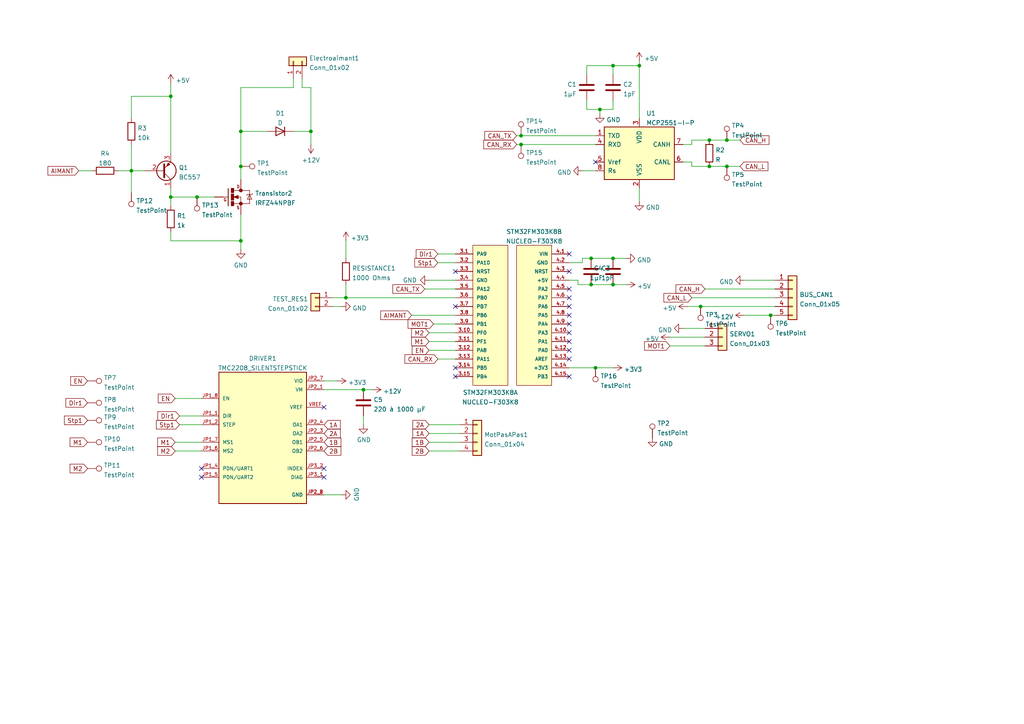
<source format=kicad_sch>
(kicad_sch (version 20211123) (generator eeschema)
  (paper "A4")
  (lib_symbols
    (symbol "Connector:TestPoint" (pin_numbers hide) (pin_names (offset 0.762) hide)
      (property "Reference" "TP" (at 0 6.858 0))
      (property "Value" "TestPoint" (at 0 5.08 0))
      (symbol "TestPoint_0_1"
        (circle (center 0 3.302) (radius 0.762))
      )
      (symbol "TestPoint_1_1"
        (pin passive line (at 0 0 90) (length 2.54) (name "1") (number "1"))
      )
    )
    (symbol "Connector_Generic:Conn_01x02" (pin_names (offset 1.016) hide)
      (property "Reference" "J" (at 0 2.54 0))
      (property "Value" "Conn_01x02" (at 0 -5.08 0))
      (symbol "Conn_01x02_1_1"
        (rectangle (start -1.27 -2.413) (end 0 -2.667) (stroke (width 0.1524)))
        (rectangle (start -1.27 0.127) (end 0 -0.127) (stroke (width 0.1524)))
        (rectangle (start -1.27 1.27) (end 1.27 -3.81) (stroke (width 0.254)) (fill (type background)))
        (pin passive line (at -5.08 0 0) (length 3.81) (name "Pin_1") (number "1"))
        (pin passive line (at -5.08 -2.54 0) (length 3.81) (name "Pin_2") (number "2"))
      )
    )
    (symbol "Connector_Generic:Conn_01x03" (pin_names (offset 1.016) hide)
      (property "Reference" "J" (at 0 5.08 0))
      (property "Value" "Conn_01x03" (at 0 -5.08 0))
      (symbol "Conn_01x03_1_1"
        (rectangle (start -1.27 -2.413) (end 0 -2.667) (stroke (width 0.1524)))
        (rectangle (start -1.27 0.127) (end 0 -0.127) (stroke (width 0.1524)))
        (rectangle (start -1.27 2.667) (end 0 2.413) (stroke (width 0.1524)))
        (rectangle (start -1.27 3.81) (end 1.27 -3.81) (stroke (width 0.254)) (fill (type background)))
        (pin passive line (at -5.08 2.54 0) (length 3.81) (name "Pin_1") (number "1"))
        (pin passive line (at -5.08 0 0) (length 3.81) (name "Pin_2") (number "2"))
        (pin passive line (at -5.08 -2.54 0) (length 3.81) (name "Pin_3") (number "3"))
      )
    )
    (symbol "Connector_Generic:Conn_01x04" (pin_names (offset 1.016) hide)
      (property "Reference" "J" (at 0 5.08 0))
      (property "Value" "Conn_01x04" (at 0 -7.62 0))
      (symbol "Conn_01x04_1_1"
        (rectangle (start -1.27 -4.953) (end 0 -5.207) (stroke (width 0.1524)))
        (rectangle (start -1.27 -2.413) (end 0 -2.667) (stroke (width 0.1524)))
        (rectangle (start -1.27 0.127) (end 0 -0.127) (stroke (width 0.1524)))
        (rectangle (start -1.27 2.667) (end 0 2.413) (stroke (width 0.1524)))
        (rectangle (start -1.27 3.81) (end 1.27 -6.35) (stroke (width 0.254)) (fill (type background)))
        (pin passive line (at -5.08 2.54 0) (length 3.81) (name "Pin_1") (number "1"))
        (pin passive line (at -5.08 0 0) (length 3.81) (name "Pin_2") (number "2"))
        (pin passive line (at -5.08 -2.54 0) (length 3.81) (name "Pin_3") (number "3"))
        (pin passive line (at -5.08 -5.08 0) (length 3.81) (name "Pin_4") (number "4"))
      )
    )
    (symbol "Connector_Generic:Conn_01x05" (pin_names (offset 1.016) hide)
      (property "Reference" "J" (at 0 7.62 0))
      (property "Value" "Conn_01x05" (at 0 -7.62 0))
      (symbol "Conn_01x05_1_1"
        (rectangle (start -1.27 -4.953) (end 0 -5.207) (stroke (width 0.1524)))
        (rectangle (start -1.27 -2.413) (end 0 -2.667) (stroke (width 0.1524)))
        (rectangle (start -1.27 0.127) (end 0 -0.127) (stroke (width 0.1524)))
        (rectangle (start -1.27 2.667) (end 0 2.413) (stroke (width 0.1524)))
        (rectangle (start -1.27 5.207) (end 0 4.953) (stroke (width 0.1524)))
        (rectangle (start -1.27 6.35) (end 1.27 -6.35) (stroke (width 0.254)) (fill (type background)))
        (pin passive line (at -5.08 5.08 0) (length 3.81) (name "Pin_1") (number "1"))
        (pin passive line (at -5.08 2.54 0) (length 3.81) (name "Pin_2") (number "2"))
        (pin passive line (at -5.08 0 0) (length 3.81) (name "Pin_3") (number "3"))
        (pin passive line (at -5.08 -2.54 0) (length 3.81) (name "Pin_4") (number "4"))
        (pin passive line (at -5.08 -5.08 0) (length 3.81) (name "Pin_5") (number "5"))
      )
    )
    (symbol "Device:C" (pin_numbers hide) (pin_names (offset 0.254))
      (property "Reference" "C" (at 0.635 2.54 0))
      (property "Value" "C" (at 0.635 -2.54 0))
      (symbol "C_0_1"
        (polyline (pts (xy -2.032 -0.762) (xy 2.032 -0.762)) (stroke (width 0.508)))
        (polyline (pts (xy -2.032 0.762) (xy 2.032 0.762)) (stroke (width 0.508)))
      )
      (symbol "C_1_1"
        (pin passive line (at 0 3.81 270) (length 2.794) (name "~") (number "1"))
        (pin passive line (at 0 -3.81 90) (length 2.794) (name "~") (number "2"))
      )
    )
    (symbol "Device:D" (pin_numbers hide) (pin_names (offset 1.016) hide)
      (property "Reference" "D" (at 0 2.54 0))
      (property "Value" "D" (at 0 -2.54 0))
      (symbol "D_0_1"
        (polyline (pts (xy -1.27 1.27) (xy -1.27 -1.27)) (stroke (width 0.254)))
        (polyline (pts (xy 1.27 0) (xy -1.27 0)))
        (polyline (pts (xy 1.27 1.27) (xy 1.27 -1.27) (xy -1.27 0) (xy 1.27 1.27)) (stroke (width 0.254)))
      )
      (symbol "D_1_1"
        (pin passive line (at -3.81 0 0) (length 2.54) (name "K") (number "1"))
        (pin passive line (at 3.81 0 180) (length 2.54) (name "A") (number "2"))
      )
    )
    (symbol "Device:R" (pin_numbers hide) (pin_names (offset 0))
      (property "Reference" "R" (at 2.032 0 90))
      (property "Value" "R" (at 0 0 90))
      (symbol "R_0_1"
        (rectangle (start -1.016 -2.54) (end 1.016 2.54) (stroke (width 0.254)))
      )
      (symbol "R_1_1"
        (pin passive line (at 0 3.81 270) (length 1.27) (name "~") (number "1"))
        (pin passive line (at 0 -3.81 90) (length 1.27) (name "~") (number "2"))
      )
    )
    (symbol "IRFZ44NPBF:IRFZ44NPBF" (pin_numbers hide) (pin_names (offset 1.016) hide)
      (property "Reference" "U" (at 5.08 2.54 0))
      (property "Value" "IRFZ44NPBF" (at 5.08 0 0))
      (symbol "IRFZ44NPBF_0_0"
        (rectangle (start -2.794 -2.54) (end -2.032 -1.27) (fill (type outline)))
        (rectangle (start -2.794 -0.889) (end -2.032 0.889) (fill (type outline)))
        (rectangle (start -2.794 1.27) (end -2.032 2.54) (fill (type outline)))
        (circle (center 0 -1.905) (radius 0.127) (stroke (width 0.4064)))
        (polyline (pts (xy -3.81 0) (xy -5.08 0)) (stroke (width 0.1524)))
        (polyline (pts (xy -3.6576 2.413) (xy -3.6576 -2.54)) (stroke (width 0.254)))
        (polyline (pts (xy -2.032 -1.905) (xy 0 -1.905)) (stroke (width 0.1524)))
        (polyline (pts (xy -2.032 0) (xy -0.762 -0.508)) (stroke (width 0.1524)))
        (polyline (pts (xy -1.778 0) (xy -0.889 -0.254)) (stroke (width 0.3048)))
        (polyline (pts (xy -0.889 -0.254) (xy -0.889 0)) (stroke (width 0.3048)))
        (polyline (pts (xy -0.889 0) (xy -1.143 0)) (stroke (width 0.3048)))
        (polyline (pts (xy -0.889 0) (xy 0 0)) (stroke (width 0.1524)))
        (polyline (pts (xy -0.889 0.254) (xy -1.778 0)) (stroke (width 0.3048)))
        (polyline (pts (xy -0.762 -0.508) (xy -0.762 0.508)) (stroke (width 0.1524)))
        (polyline (pts (xy -0.762 0.508) (xy -2.032 0)) (stroke (width 0.1524)))
        (polyline (pts (xy 0 -1.905) (xy 0 -2.54)) (stroke (width 0.1524)))
        (polyline (pts (xy 0 0) (xy 0 -1.905)) (stroke (width 0.1524)))
        (polyline (pts (xy 0 1.905) (xy -2.0066 1.905)) (stroke (width 0.1524)))
        (polyline (pts (xy 0 1.905) (xy 2.54 1.905)) (stroke (width 0.1524)))
        (polyline (pts (xy 0 2.54) (xy 0 1.905)) (stroke (width 0.1524)))
        (polyline (pts (xy 1.905 -0.635) (xy 3.175 -0.635)) (stroke (width 0.1524)))
        (polyline (pts (xy 1.905 0.762) (xy 1.651 0.508)) (stroke (width 0.1524)))
        (polyline (pts (xy 1.905 0.762) (xy 2.54 0.762)) (stroke (width 0.1524)))
        (polyline (pts (xy 2.54 -1.905) (xy 0 -1.905)) (stroke (width 0.1524)))
        (polyline (pts (xy 2.54 0.762) (xy 1.905 -0.635)) (stroke (width 0.1524)))
        (polyline (pts (xy 2.54 0.762) (xy 2.54 -1.905)) (stroke (width 0.1524)))
        (polyline (pts (xy 2.54 0.762) (xy 3.175 0.762)) (stroke (width 0.1524)))
        (polyline (pts (xy 2.54 1.905) (xy 2.54 0.762)) (stroke (width 0.1524)))
        (polyline (pts (xy 3.175 -0.635) (xy 2.54 0.762)) (stroke (width 0.1524)))
        (polyline (pts (xy 3.175 0.762) (xy 3.429 1.016)) (stroke (width 0.1524)))
        (circle (center 0 1.905) (radius 0.127) (stroke (width 0.4064)))
        (text "D" (at -1.27 2.54 0) (effects (font (size 0.8128 0.8128)) (justify left bottom)))
        (text "G" (at -5.08 -1.27 0) (effects (font (size 0.8128 0.8128)) (justify left bottom)))
        (text "S" (at -1.27 -3.556 0) (effects (font (size 0.8128 0.8128)) (justify left bottom)))
        (pin passive line (at -7.62 0 0) (length 2.54) (name "~") (number "1"))
        (pin passive line (at 0 5.08 270) (length 2.54) (name "~") (number "2"))
        (pin passive line (at 0 -5.08 90) (length 2.54) (name "~") (number "3"))
      )
    )
    (symbol "Interface_CAN_LIN:MCP2551-I-P" (pin_names (offset 1.016))
      (property "Reference" "U" (at -10.16 8.89 0))
      (property "Value" "MCP2551-I-P" (at 2.54 8.89 0))
      (symbol "MCP2551-I-P_0_1"
        (rectangle (start -10.16 7.62) (end 10.16 -7.62) (stroke (width 0.254)) (fill (type background)))
      )
      (symbol "MCP2551-I-P_1_1"
        (pin input line (at -12.7 5.08 0) (length 2.54) (name "TXD") (number "1"))
        (pin power_in line (at 0 -10.16 90) (length 2.54) (name "VSS") (number "2"))
        (pin power_in line (at 0 10.16 270) (length 2.54) (name "VDD") (number "3"))
        (pin output line (at -12.7 2.54 0) (length 2.54) (name "RXD") (number "4"))
        (pin power_out line (at -12.7 -2.54 0) (length 2.54) (name "Vref") (number "5"))
        (pin bidirectional line (at 12.7 -2.54 180) (length 2.54) (name "CANL") (number "6"))
        (pin bidirectional line (at 12.7 2.54 180) (length 2.54) (name "CANH") (number "7"))
        (pin input line (at -12.7 -5.08 0) (length 2.54) (name "Rs") (number "8"))
      )
    )
    (symbol "NUCLEO-F303K8:NUCLEO-F303K8" (pin_names (offset 1.016))
      (property "Reference" "A" (at -5.08 20.8534 0))
      (property "Value" "NUCLEO-F303K8" (at -5.08 -22.6314 0))
      (symbol "NUCLEO-F303K8_1_0"
        (rectangle (start -5.08 -20.32) (end 5.08 20.32) (stroke (width 0.1524)) (fill (type background)))
        (pin bidirectional line (at 10.16 17.78 180) (length 5.08) (name "PA9") (number "3.1"))
        (pin bidirectional line (at 10.16 -5.08 180) (length 5.08) (name "PF0") (number "3.10"))
        (pin bidirectional line (at 10.16 -7.62 180) (length 5.08) (name "PF1") (number "3.11"))
        (pin bidirectional line (at 10.16 -10.16 180) (length 5.08) (name "PA8") (number "3.12"))
        (pin bidirectional line (at 10.16 -12.7 180) (length 5.08) (name "PA11") (number "3.13"))
        (pin bidirectional line (at 10.16 -15.24 180) (length 5.08) (name "PB5") (number "3.14"))
        (pin bidirectional line (at 10.16 -17.78 180) (length 5.08) (name "PB4") (number "3.15"))
        (pin bidirectional line (at 10.16 15.24 180) (length 5.08) (name "PA10") (number "3.2"))
        (pin bidirectional line (at 10.16 12.7 180) (length 5.08) (name "NRST") (number "3.3"))
        (pin bidirectional line (at 10.16 10.16 180) (length 5.08) (name "GND") (number "3.4"))
        (pin bidirectional line (at 10.16 7.62 180) (length 5.08) (name "PA12") (number "3.5"))
        (pin bidirectional line (at 10.16 5.08 180) (length 5.08) (name "PB0") (number "3.6"))
        (pin bidirectional line (at 10.16 2.54 180) (length 5.08) (name "PB7") (number "3.7"))
        (pin bidirectional line (at 10.16 0 180) (length 5.08) (name "PB6") (number "3.8"))
        (pin bidirectional line (at 10.16 -2.54 180) (length 5.08) (name "PB1") (number "3.9"))
      )
      (symbol "NUCLEO-F303K8_2_0"
        (rectangle (start -5.08 -20.32) (end 5.08 20.32) (stroke (width 0.1524)) (fill (type background)))
        (pin bidirectional line (at 10.16 17.78 180) (length 5.08) (name "VIN") (number "4.1"))
        (pin bidirectional line (at 10.16 -5.08 180) (length 5.08) (name "PA3") (number "4.10"))
        (pin bidirectional line (at 10.16 -7.62 180) (length 5.08) (name "PA1") (number "4.11"))
        (pin bidirectional line (at 10.16 -10.16 180) (length 5.08) (name "PA0") (number "4.12"))
        (pin bidirectional line (at 10.16 -12.7 180) (length 5.08) (name "AREF") (number "4.13"))
        (pin bidirectional line (at 10.16 -15.24 180) (length 5.08) (name "+3V3") (number "4.14"))
        (pin bidirectional line (at 10.16 -17.78 180) (length 5.08) (name "PB3") (number "4.15"))
        (pin bidirectional line (at 10.16 15.24 180) (length 5.08) (name "GND") (number "4.2"))
        (pin bidirectional line (at 10.16 12.7 180) (length 5.08) (name "NRST") (number "4.3"))
        (pin bidirectional line (at 10.16 10.16 180) (length 5.08) (name "+5V") (number "4.4"))
        (pin bidirectional line (at 10.16 7.62 180) (length 5.08) (name "PA2") (number "4.5"))
        (pin bidirectional line (at 10.16 5.08 180) (length 5.08) (name "PA7") (number "4.6"))
        (pin bidirectional line (at 10.16 2.54 180) (length 5.08) (name "PA6") (number "4.7"))
        (pin bidirectional line (at 10.16 0 180) (length 5.08) (name "PA5") (number "4.8"))
        (pin bidirectional line (at 10.16 -2.54 180) (length 5.08) (name "PA4") (number "4.9"))
      )
    )
    (symbol "TMC2208_SILENTSTEPSTICK:TMC2208_SILENTSTEPSTICK" (pin_names (offset 1.016))
      (property "Reference" "U" (at -12.7 19.05 0))
      (property "Value" "TMC2208_SILENTSTEPSTICK" (at -12.7 -22.86 0))
      (symbol "TMC2208_SILENTSTEPSTICK_0_0"
        (rectangle (start -12.7 -20.32) (end 12.7 17.78) (stroke (width 0.254)) (fill (type background)))
        (pin input line (at -17.78 5.08 0) (length 5.08) (name "DIR") (number "JP1_1"))
        (pin input line (at -17.78 2.54 0) (length 5.08) (name "STEP") (number "JP1_2"))
        (pin bidirectional line (at -17.78 -10.16 0) (length 5.08) (name "PDN/UART1") (number "JP1_4"))
        (pin bidirectional line (at -17.78 -12.7 0) (length 5.08) (name "PDN/UART2") (number "JP1_5"))
        (pin input line (at -17.78 -5.08 0) (length 5.08) (name "MS2") (number "JP1_6"))
        (pin input line (at -17.78 -2.54 0) (length 5.08) (name "MS1") (number "JP1_7"))
        (pin input line (at -17.78 10.16 0) (length 5.08) (name "EN") (number "JP1_8"))
        (pin power_in line (at 17.78 12.7 180) (length 5.08) (name "VM") (number "JP2_1"))
        (pin power_in line (at 17.78 -17.78 180) (length 5.08) (name "GND") (number "JP2_2"))
        (pin passive line (at 17.78 0 180) (length 5.08) (name "OA2") (number "JP2_3"))
        (pin passive line (at 17.78 2.54 180) (length 5.08) (name "OA1") (number "JP2_4"))
        (pin passive line (at 17.78 -2.54 180) (length 5.08) (name "OB1") (number "JP2_5"))
        (pin passive line (at 17.78 -5.08 180) (length 5.08) (name "OB2") (number "JP2_6"))
        (pin power_in line (at 17.78 15.24 180) (length 5.08) (name "VIO") (number "JP2_7"))
        (pin power_in line (at 17.78 -17.78 180) (length 5.08) (name "GND") (number "JP2_8"))
        (pin output line (at 17.78 -12.7 180) (length 5.08) (name "DIAG") (number "JP3_1"))
        (pin output line (at 17.78 -10.16 180) (length 5.08) (name "INDEX") (number "JP3_2"))
        (pin passive line (at 17.78 7.62 180) (length 5.08) (name "VREF") (number "VREF"))
      )
    )
    (symbol "Transistor_BJT:BC557" (pin_names (offset 0) hide)
      (property "Reference" "Q" (at 5.08 1.905 0))
      (property "Value" "BC557" (at 5.08 0 0))
      (symbol "BC557_0_1"
        (polyline (pts (xy 0.635 0.635) (xy 2.54 2.54)))
        (polyline (pts (xy 0.635 -0.635) (xy 2.54 -2.54) (xy 2.54 -2.54)))
        (polyline (pts (xy 0.635 1.905) (xy 0.635 -1.905) (xy 0.635 -1.905)) (stroke (width 0.508)))
        (polyline (pts (xy 2.286 -1.778) (xy 1.778 -2.286) (xy 1.27 -1.27) (xy 2.286 -1.778) (xy 2.286 -1.778)) (fill (type outline)))
        (circle (center 1.27 0) (radius 2.8194) (stroke (width 0.254)))
      )
      (symbol "BC557_1_1"
        (pin passive line (at 2.54 5.08 270) (length 2.54) (name "C") (number "1"))
        (pin input line (at -5.08 0 0) (length 5.715) (name "B") (number "2"))
        (pin passive line (at 2.54 -5.08 90) (length 2.54) (name "E") (number "3"))
      )
    )
    (symbol "power:+12V" (power) (pin_names (offset 0))
      (property "Value" "+12V" (at 0 3.556 0))
      (symbol "+12V_0_1"
        (polyline (pts (xy -0.762 1.27) (xy 0 2.54)))
        (polyline (pts (xy 0 0) (xy 0 2.54)))
        (polyline (pts (xy 0 2.54) (xy 0.762 1.27)))
      )
      (symbol "+12V_1_1"
        (pin power_in line (at 0 0 90) (length 0) hide (name "+12V") (number "1"))
      )
    )
    (symbol "power:+3.3V" (power) (pin_names (offset 0))
      (property "Value" "+3.3V" (at 0 3.556 0))
      (symbol "+3.3V_0_1"
        (polyline (pts (xy -0.762 1.27) (xy 0 2.54)))
        (polyline (pts (xy 0 0) (xy 0 2.54)))
        (polyline (pts (xy 0 2.54) (xy 0.762 1.27)))
      )
      (symbol "+3.3V_1_1"
        (pin power_in line (at 0 0 90) (length 0) hide (name "+3V3") (number "1"))
      )
    )
    (symbol "power:+5V" (power) (pin_names (offset 0))
      (property "Value" "+5V" (at 0 3.556 0))
      (symbol "+5V_0_1"
        (polyline (pts (xy -0.762 1.27) (xy 0 2.54)))
        (polyline (pts (xy 0 0) (xy 0 2.54)))
        (polyline (pts (xy 0 2.54) (xy 0.762 1.27)))
      )
      (symbol "+5V_1_1"
        (pin power_in line (at 0 0 90) (length 0) hide (name "+5V") (number "1"))
      )
    )
    (symbol "power:GND" (power) (pin_names (offset 0))
      (property "Value" "GND" (at 0 -3.81 0))
      (symbol "GND_0_1"
        (polyline (pts (xy 0 0) (xy 0 -1.27) (xy 1.27 -1.27) (xy 0 -2.54) (xy -1.27 -1.27) (xy 0 -1.27)))
      )
      (symbol "GND_1_1"
        (pin power_in line (at 0 0 270) (length 0) hide (name "GND") (number "1"))
      )
    )
  )
  (junction (at 172.72 106.68))
  (junction (at 210.82 48.26))
  (junction (at 203.2 88.9))
  (junction (at 177.8 82.55))
  (junction (at 205.74 40.64))
  (junction (at 177.8 74.93))
  (junction (at 69.85 38.1))
  (junction (at 151.13 39.37))
  (junction (at 57.15 57.15))
  (junction (at 205.74 48.26))
  (junction (at 105.41 113.03))
  (junction (at 100.33 86.36))
  (junction (at 151.13 41.91))
  (junction (at 69.85 48.26))
  (junction (at 171.45 82.55))
  (junction (at 177.8 19.05))
  (junction (at 173.99 31.75))
  (junction (at 210.82 40.64))
  (junction (at 223.52 91.44))
  (junction (at 38.1 49.53))
  (junction (at 49.53 27.94))
  (junction (at 49.53 57.15))
  (junction (at 185.42 19.05))
  (junction (at 69.85 69.85))
  (junction (at 90.17 38.1))
  (junction (at 171.45 74.93))
  (no_connect (at 165.1 83.82))
  (no_connect (at 165.1 86.36))
  (no_connect (at 132.08 78.74))
  (no_connect (at 132.08 88.9))
  (no_connect (at 132.08 106.68))
  (no_connect (at 132.08 109.22))
  (no_connect (at 165.1 73.66))
  (no_connect (at 172.72 46.99))
  (no_connect (at 58.42 135.89))
  (no_connect (at 93.98 135.89))
  (no_connect (at 93.98 138.43))
  (no_connect (at 93.98 118.11))
  (no_connect (at 165.1 88.9))
  (no_connect (at 165.1 91.44))
  (no_connect (at 165.1 93.98))
  (no_connect (at 165.1 96.52))
  (no_connect (at 165.1 99.06))
  (no_connect (at 165.1 101.6))
  (no_connect (at 165.1 78.74))
  (no_connect (at 165.1 104.14))
  (no_connect (at 165.1 109.22))
  (no_connect (at 58.42 138.43))
  (wire (pts (xy 203.2 88.9) (xy 224.79 88.9)))
  (wire (pts (xy 127 73.66) (xy 132.08 73.66)))
  (wire (pts (xy 171.45 74.93) (xy 177.8 74.93)))
  (wire (pts (xy 124.46 96.52) (xy 132.08 96.52)))
  (wire (pts (xy 124.46 125.73) (xy 133.35 125.73)))
  (wire (pts (xy 69.85 48.26) (xy 69.85 52.07)))
  (wire (pts (xy 38.1 49.53) (xy 38.1 55.88)))
  (wire (pts (xy 127 104.14) (xy 132.08 104.14)))
  (wire (pts (xy 200.66 41.91) (xy 200.66 40.64)))
  (wire (pts (xy 204.47 83.82) (xy 224.79 83.82)))
  (wire (pts (xy 170.18 29.21) (xy 170.18 31.75)))
  (wire (pts (xy 194.31 97.79) (xy 204.47 97.79)))
  (wire (pts (xy 96.52 86.36) (xy 100.33 86.36)))
  (wire (pts (xy 93.98 113.03) (xy 105.41 113.03)))
  (wire (pts (xy 105.41 120.65) (xy 105.41 123.19)))
  (wire (pts (xy 34.29 49.53) (xy 38.1 49.53)))
  (wire (pts (xy 100.33 86.36) (xy 132.08 86.36)))
  (wire (pts (xy 173.99 31.75) (xy 173.99 33.02)))
  (wire (pts (xy 119.38 91.44) (xy 132.08 91.44)))
  (wire (pts (xy 90.17 25.4) (xy 90.17 38.1)))
  (wire (pts (xy 200.66 40.64) (xy 205.74 40.64)))
  (wire (pts (xy 170.18 19.05) (xy 177.8 19.05)))
  (wire (pts (xy 165.1 106.68) (xy 172.72 106.68)))
  (wire (pts (xy 87.63 25.4) (xy 90.17 25.4)))
  (wire (pts (xy 124.46 101.6) (xy 132.08 101.6)))
  (wire (pts (xy 38.1 27.94) (xy 38.1 34.29)))
  (wire (pts (xy 200.66 48.26) (xy 205.74 48.26)))
  (wire (pts (xy 105.41 113.03) (xy 107.95 113.03)))
  (wire (pts (xy 49.53 67.31) (xy 49.53 69.85)))
  (wire (pts (xy 205.74 40.64) (xy 210.82 40.64)))
  (wire (pts (xy 177.8 29.21) (xy 177.8 31.75)))
  (wire (pts (xy 185.42 17.78) (xy 185.42 19.05)))
  (wire (pts (xy 123.19 83.82) (xy 132.08 83.82)))
  (wire (pts (xy 50.8 115.57) (xy 58.42 115.57)))
  (wire (pts (xy 69.85 62.23) (xy 69.85 69.85)))
  (wire (pts (xy 69.85 38.1) (xy 77.47 38.1)))
  (wire (pts (xy 223.52 91.44) (xy 224.79 91.44)))
  (wire (pts (xy 57.15 57.15) (xy 62.23 57.15)))
  (wire (pts (xy 168.91 74.93) (xy 171.45 74.93)))
  (wire (pts (xy 49.53 27.94) (xy 49.53 44.45)))
  (wire (pts (xy 149.86 41.91) (xy 151.13 41.91)))
  (wire (pts (xy 198.12 41.91) (xy 200.66 41.91)))
  (wire (pts (xy 49.53 57.15) (xy 49.53 59.69)))
  (wire (pts (xy 125.73 93.98) (xy 132.08 93.98)))
  (wire (pts (xy 210.82 48.26) (xy 214.63 48.26)))
  (wire (pts (xy 165.1 76.2) (xy 168.91 76.2)))
  (wire (pts (xy 199.39 88.9) (xy 203.2 88.9)))
  (wire (pts (xy 69.85 38.1) (xy 69.85 48.26)))
  (wire (pts (xy 93.98 143.51) (xy 99.06 143.51)))
  (wire (pts (xy 38.1 41.91) (xy 38.1 49.53)))
  (wire (pts (xy 87.63 22.86) (xy 87.63 25.4)))
  (wire (pts (xy 210.82 40.64) (xy 214.63 40.64)))
  (wire (pts (xy 185.42 54.61) (xy 185.42 58.42)))
  (wire (pts (xy 177.8 19.05) (xy 177.8 21.59)))
  (wire (pts (xy 167.64 81.28) (xy 167.64 82.55)))
  (wire (pts (xy 100.33 82.55) (xy 100.33 86.36)))
  (wire (pts (xy 151.13 41.91) (xy 172.72 41.91)))
  (wire (pts (xy 177.8 19.05) (xy 185.42 19.05)))
  (wire (pts (xy 168.91 76.2) (xy 168.91 74.93)))
  (wire (pts (xy 165.1 81.28) (xy 167.64 81.28)))
  (wire (pts (xy 198.12 95.25) (xy 204.47 95.25)))
  (wire (pts (xy 69.85 69.85) (xy 69.85 72.39)))
  (wire (pts (xy 215.9 91.44) (xy 223.52 91.44)))
  (wire (pts (xy 171.45 82.55) (xy 177.8 82.55)))
  (wire (pts (xy 49.53 69.85) (xy 69.85 69.85)))
  (wire (pts (xy 124.46 99.06) (xy 132.08 99.06)))
  (wire (pts (xy 185.42 19.05) (xy 185.42 34.29)))
  (wire (pts (xy 49.53 24.13) (xy 49.53 27.94)))
  (wire (pts (xy 172.72 106.68) (xy 177.8 106.68)))
  (wire (pts (xy 50.8 130.81) (xy 58.42 130.81)))
  (wire (pts (xy 173.99 31.75) (xy 177.8 31.75)))
  (wire (pts (xy 85.09 38.1) (xy 90.17 38.1)))
  (wire (pts (xy 52.07 120.65) (xy 58.42 120.65)))
  (wire (pts (xy 124.46 130.81) (xy 133.35 130.81)))
  (wire (pts (xy 200.66 86.36) (xy 224.79 86.36)))
  (wire (pts (xy 170.18 31.75) (xy 173.99 31.75)))
  (wire (pts (xy 100.33 69.85) (xy 100.33 74.93)))
  (wire (pts (xy 69.85 38.1) (xy 69.85 25.4)))
  (wire (pts (xy 170.18 21.59) (xy 170.18 19.05)))
  (wire (pts (xy 205.74 48.26) (xy 210.82 48.26)))
  (wire (pts (xy 177.8 74.93) (xy 181.61 74.93)))
  (wire (pts (xy 69.85 25.4) (xy 85.09 25.4)))
  (wire (pts (xy 38.1 49.53) (xy 41.91 49.53)))
  (wire (pts (xy 198.12 46.99) (xy 200.66 46.99)))
  (wire (pts (xy 124.46 128.27) (xy 133.35 128.27)))
  (wire (pts (xy 124.46 123.19) (xy 133.35 123.19)))
  (wire (pts (xy 50.8 128.27) (xy 58.42 128.27)))
  (wire (pts (xy 200.66 46.99) (xy 200.66 48.26)))
  (wire (pts (xy 149.86 39.37) (xy 151.13 39.37)))
  (wire (pts (xy 194.31 100.33) (xy 204.47 100.33)))
  (wire (pts (xy 90.17 38.1) (xy 90.17 41.91)))
  (wire (pts (xy 168.91 49.53) (xy 172.72 49.53)))
  (wire (pts (xy 151.13 39.37) (xy 172.72 39.37)))
  (wire (pts (xy 167.64 82.55) (xy 171.45 82.55)))
  (wire (pts (xy 127 76.2) (xy 132.08 76.2)))
  (wire (pts (xy 215.9 81.28) (xy 224.79 81.28)))
  (wire (pts (xy 49.53 57.15) (xy 57.15 57.15)))
  (wire (pts (xy 124.46 81.28) (xy 132.08 81.28)))
  (wire (pts (xy 38.1 27.94) (xy 49.53 27.94)))
  (wire (pts (xy 49.53 54.61) (xy 49.53 57.15)))
  (wire (pts (xy 99.06 88.9) (xy 96.52 88.9)))
  (wire (pts (xy 93.98 110.49) (xy 97.79 110.49)))
  (wire (pts (xy 22.86 49.53) (xy 26.67 49.53)))
  (wire (pts (xy 52.07 123.19) (xy 58.42 123.19)))
  (wire (pts (xy 177.8 82.55) (xy 181.61 82.55)))
  (wire (pts (xy 85.09 22.86) (xy 85.09 25.4)))
  (global_label "2A" (shape input) (at 124.46 123.19 180) (property "Intersheet References" "${INTERSHEET_REFS}" (effects hide)))
  (global_label "1B" (shape input) (at 93.98 128.27 0) (property "Intersheet References" "${INTERSHEET_REFS}" (effects hide)))
  (global_label "MOT1" (shape input) (at 194.31 100.33 180) (property "Intersheet References" "${INTERSHEET_REFS}" (effects hide)))
  (global_label "2B" (shape input) (at 93.98 130.81 0) (property "Intersheet References" "${INTERSHEET_REFS}" (effects hide)))
  (global_label "Stp1" (shape input) (at 52.07 123.19 180) (property "Intersheet References" "${INTERSHEET_REFS}" (effects hide)))
  (global_label "M1" (shape input) (at 25.4 128.27 180) (property "Intersheet References" "${INTERSHEET_REFS}" (effects hide)))
  (global_label "Dir1" (shape input) (at 127 73.66 180) (property "Intersheet References" "${INTERSHEET_REFS}" (effects hide)))
  (global_label "Dir1" (shape input) (at 25.4 116.84 180) (property "Intersheet References" "${INTERSHEET_REFS}" (effects hide)))
  (global_label "CAN_L" (shape input) (at 214.63 48.26 0) (property "Intersheet References" "${INTERSHEET_REFS}" (effects hide)))
  (global_label "M2" (shape input) (at 124.46 96.52 180) (property "Intersheet References" "${INTERSHEET_REFS}" (effects hide)))
  (global_label "CAN_RX" (shape input) (at 127 104.14 180) (property "Intersheet References" "${INTERSHEET_REFS}" (effects hide)))
  (global_label "CAN_TX" (shape input) (at 149.86 39.37 180) (property "Intersheet References" "${INTERSHEET_REFS}" (effects hide)))
  (global_label "2B" (shape input) (at 124.46 130.81 180) (property "Intersheet References" "${INTERSHEET_REFS}" (effects hide)))
  (global_label "M1" (shape input) (at 124.46 99.06 180) (property "Intersheet References" "${INTERSHEET_REFS}" (effects hide)))
  (global_label "CAN_L" (shape input) (at 200.66 86.36 180) (property "Intersheet References" "${INTERSHEET_REFS}" (effects hide)))
  (global_label "CAN_TX" (shape input) (at 123.19 83.82 180) (property "Intersheet References" "${INTERSHEET_REFS}" (effects hide)))
  (global_label "CAN_H" (shape input) (at 204.47 83.82 180) (property "Intersheet References" "${INTERSHEET_REFS}" (effects hide)))
  (global_label "AIMANT" (shape input) (at 22.86 49.53 180) (property "Intersheet References" "${INTERSHEET_REFS}" (effects hide)))
  (global_label "EN" (shape input) (at 50.8 115.57 180) (property "Intersheet References" "${INTERSHEET_REFS}" (effects hide)))
  (global_label "Stp1" (shape input) (at 127 76.2 180) (property "Intersheet References" "${INTERSHEET_REFS}" (effects hide)))
  (global_label "1B" (shape input) (at 124.46 128.27 180) (property "Intersheet References" "${INTERSHEET_REFS}" (effects hide)))
  (global_label "M2" (shape input) (at 25.4 135.89 180) (property "Intersheet References" "${INTERSHEET_REFS}" (effects hide)))
  (global_label "2A" (shape input) (at 93.98 125.73 0) (property "Intersheet References" "${INTERSHEET_REFS}" (effects hide)))
  (global_label "M2" (shape input) (at 50.8 130.81 180) (property "Intersheet References" "${INTERSHEET_REFS}" (effects hide)))
  (global_label "Stp1" (shape input) (at 25.4 121.92 180) (property "Intersheet References" "${INTERSHEET_REFS}" (effects hide)))
  (global_label "MOT1" (shape input) (at 125.73 93.98 180) (property "Intersheet References" "${INTERSHEET_REFS}" (effects hide)))
  (global_label "CAN_RX" (shape input) (at 149.86 41.91 180) (property "Intersheet References" "${INTERSHEET_REFS}" (effects hide)))
  (global_label "M1" (shape input) (at 50.8 128.27 180) (property "Intersheet References" "${INTERSHEET_REFS}" (effects hide)))
  (global_label "Dir1" (shape input) (at 52.07 120.65 180) (property "Intersheet References" "${INTERSHEET_REFS}" (effects hide)))
  (global_label "EN" (shape input) (at 25.4 110.49 180) (property "Intersheet References" "${INTERSHEET_REFS}" (effects hide)))
  (global_label "CAN_H" (shape input) (at 214.63 40.64 0) (property "Intersheet References" "${INTERSHEET_REFS}" (effects hide)))
  (global_label "AIMANT" (shape input) (at 119.38 91.44 180) (property "Intersheet References" "${INTERSHEET_REFS}" (effects hide)))
  (global_label "1A" (shape input) (at 124.46 125.73 180) (property "Intersheet References" "${INTERSHEET_REFS}" (effects hide)))
  (global_label "EN" (shape input) (at 124.46 101.6 180) (property "Intersheet References" "${INTERSHEET_REFS}" (effects hide)))
  (global_label "1A" (shape input) (at 93.98 123.19 0) (property "Intersheet References" "${INTERSHEET_REFS}" (effects hide)))
  (symbol (lib_id "Device:C") (at 177.8 78.74 0) (unit 1)
    (property "Reference" "C4" (at 174.879 77.8315 0) (effects (justify right)))
    (property "Value" "1µF" (at 174.879 80.6066 0) (effects (justify right)))
    (property "Footprint" "Capacitor_SMD:C_1206_3216Metric" (effects hide))
  )
  (symbol (lib_id "Connector:TestPoint") (at 223.52 91.44 180) (unit 1)
    (property "Reference" "TP6" (at 224.917 93.8335 0) (effects (justify right)))
    (property "Value" "TestPoint" (at 224.917 96.6086 0) (effects (justify right)))
    (property "Footprint" "TestPoint:TestPoint_Pad_D2.0mm" (effects hide))
  )
  (symbol (lib_id "Connector:TestPoint") (at 172.72 106.68 180) (unit 1)
    (property "Reference" "TP16" (at 174.117 109.0735 0) (effects (justify right)))
    (property "Value" "TestPoint" (at 174.117 111.8486 0) (effects (justify right)))
    (property "Footprint" "TestPoint:TestPoint_Pad_D2.0mm" (effects hide))
  )
  (symbol (lib_id "Connector:TestPoint") (at 25.4 128.27 270) (unit 1)
    (property "Reference" "TP10" (at 30.099 127.3615 90) (effects (justify left)))
    (property "Value" "TestPoint" (at 30.099 130.1366 90) (effects (justify left)))
    (property "Footprint" "TestPoint:TestPoint_Pad_D2.0mm" (effects hide))
  )
  (symbol (lib_id "Device:C") (at 177.8 25.4 0) (unit 1)
    (property "Reference" "C2" (at 180.721 24.4915 0) (effects (justify left)))
    (property "Value" "1pF" (at 180.721 27.2666 0) (effects (justify left)))
    (property "Footprint" "Capacitor_SMD:C_1206_3216Metric" (effects hide))
  )
  (symbol (lib_id "power:+5V") (at 199.39 88.9 90) (mirror x) (unit 1)
    (property "Reference" "#PWR0120" (effects hide))
    (property "Value" "+5V" (at 196.2151 89.379 90) (effects (justify left)))
  )
  (symbol (lib_id "power:GND") (at 189.23 127 0) (unit 1)
    (property "Reference" "#PWR0122" (effects hide))
    (property "Value" "GND" (at 191.135 128.749 0) (effects (justify left)))
  )
  (symbol (lib_id "Connector_Generic:Conn_01x02") (at 91.44 86.36 0) (mirror y) (unit 1)
    (property "Reference" "TEST_RES1" (at 89.408 86.7215 0) (effects (justify left)))
    (property "Value" "Conn_01x02" (at 89.408 89.4966 0) (effects (justify left)))
    (property "Footprint" "Connector_PinSocket_2.54mm:PinSocket_1x02_P2.54mm_Vertical" (effects hide))
  )
  (symbol (lib_id "Connector:TestPoint") (at 151.13 41.91 180) (unit 1)
    (property "Reference" "TP15" (at 152.527 44.3035 0) (effects (justify right)))
    (property "Value" "TestPoint" (at 152.527 47.0786 0) (effects (justify right)))
    (property "Footprint" "TestPoint:TestPoint_Pad_D2.0mm" (effects hide))
  )
  (symbol (lib_id "power:GND") (at 215.9 81.28 270) (unit 1)
    (property "Reference" "#PWR0108" (effects hide))
    (property "Value" "GND" (at 212.7251 81.759 90) (effects (justify right)))
  )
  (symbol (lib_id "NUCLEO-F303K8:NUCLEO-F303K8") (at 154.94 91.44 0) (unit 2)
    (property "Reference" "STM32FM303K8" (at 154.94 67.2043 0))
    (property "Value" "NUCLEO-F303K8" (at 154.94 69.9794 0))
    (property "Footprint" "empreinte:iou" (effects hide))
    (property "MANUFACTURER" "ST Microelectronics" (effects hide))
    (property "STANDARD" "Manufacturer rEcommendation" (effects hide))
    (property "PARTREV" "3" (effects hide))
  )
  (symbol (lib_id "power:GND") (at 168.91 49.53 270) (unit 1)
    (property "Reference" "#PWR0119" (effects hide))
    (property "Value" "GND" (at 165.7351 50.009 90) (effects (justify right)))
  )
  (symbol (lib_id "Connector:TestPoint") (at 25.4 121.92 270) (unit 1)
    (property "Reference" "TP9" (at 30.099 121.0115 90) (effects (justify left)))
    (property "Value" "TestPoint" (at 30.099 123.7866 90) (effects (justify left)))
    (property "Footprint" "TestPoint:TestPoint_Pad_D2.0mm" (effects hide))
  )
  (symbol (lib_id "Device:R") (at 38.1 38.1 180) (unit 1)
    (property "Reference" "R3" (at 39.878 37.1915 0) (effects (justify right)))
    (property "Value" "10k" (at 39.878 39.9666 0) (effects (justify right)))
    (property "Footprint" "Resistor_THT:R_Axial_DIN0207_L6.3mm_D2.5mm_P10.16mm_Horizontal" (effects hide))
  )
  (symbol (lib_id "power:+5V") (at 194.31 97.79 90) (mirror x) (unit 1)
    (property "Reference" "#PWR0121" (effects hide))
    (property "Value" "+5V" (at 191.1351 98.269 90) (effects (justify left)))
  )
  (symbol (lib_id "Connector:TestPoint") (at 69.85 48.26 270) (unit 1)
    (property "Reference" "TP1" (at 74.549 47.3515 90) (effects (justify left)))
    (property "Value" "TestPoint" (at 74.549 50.1266 90) (effects (justify left)))
    (property "Footprint" "TestPoint:TestPoint_Pad_D2.0mm" (effects hide))
  )
  (symbol (lib_id "Interface_CAN_LIN:MCP2551-I-P") (at 185.42 44.45 0) (unit 1)
    (property "Reference" "U1" (at 187.4394 32.8635 0) (effects (justify left)))
    (property "Value" "MCP2551-I-P" (at 187.4394 35.6386 0) (effects (justify left)))
    (property "Footprint" "Package_DIP:DIP-8_W7.62mm" (effects hide))
    (property "Datasheet" "http://ww1.microchip.com/downloads/en/devicedoc/21667d.pdf" (effects hide))
  )
  (symbol (lib_id "Device:R") (at 205.74 44.45 0) (unit 1)
    (property "Reference" "R2" (at 207.518 43.5415 0) (effects (justify left)))
    (property "Value" "R" (at 207.518 46.3166 0) (effects (justify left)))
    (property "Footprint" "Resistor_THT:R_Axial_DIN0207_L6.3mm_D2.5mm_P10.16mm_Horizontal" (effects hide))
  )
  (symbol (lib_id "Connector_Generic:Conn_01x02") (at 85.09 17.78 90) (unit 1)
    (property "Reference" "Electroaimant1" (at 89.662 16.8715 90) (effects (justify right)))
    (property "Value" "Conn_01x02" (at 89.662 19.6466 90) (effects (justify right)))
    (property "Footprint" "Connector_JST:JST_PH_B2B-PH-K_1x02_P2.00mm_Vertical" (effects hide))
  )
  (symbol (lib_id "NUCLEO-F303K8:NUCLEO-F303K8") (at 142.24 91.44 0) (mirror y) (unit 1)
    (property "Reference" "STM32FM303K8" (at 142.24 113.8587 0))
    (property "Value" "NUCLEO-F303K8" (at 142.24 116.6338 0))
    (property "Footprint" "empreinte:iou" (effects hide))
    (property "MANUFACTURER" "ST Microelectronics" (effects hide))
    (property "STANDARD" "Manufacturer rEcommendation" (effects hide))
    (property "PARTREV" "3" (effects hide))
  )
  (symbol (lib_id "power:+5V") (at 49.53 24.13 0) (unit 1)
    (property "Reference" "#PWR0118" (effects hide))
    (property "Value" "+5V" (at 50.927 23.339 0) (effects (justify left)))
  )
  (symbol (lib_id "power:+12V") (at 107.95 113.03 270) (mirror x) (unit 1)
    (property "Reference" "#PWR0117" (effects hide))
    (property "Value" "+12V" (at 111.125 113.509 90) (effects (justify left)))
  )
  (symbol (lib_id "power:+12V") (at 90.17 41.91 180) (unit 1)
    (property "Reference" "#PWR0112" (effects hide))
    (property "Value" "+12V" (at 90.17 46.4725 0))
  )
  (symbol (lib_id "power:GND") (at 99.06 88.9 90) (mirror x) (unit 1)
    (property "Reference" "#PWR0102" (effects hide))
    (property "Value" "GND" (at 102.2349 89.379 90) (effects (justify right)))
  )
  (symbol (lib_id "Transistor_BJT:BC557") (at 46.99 49.53 0) (mirror x) (unit 1)
    (property "Reference" "Q1" (at 51.8414 48.6215 0) (effects (justify left)))
    (property "Value" "BC557" (at 51.8414 51.3966 0) (effects (justify left)))
    (property "Footprint" "Package_TO_SOT_THT:TO-92_Inline" (effects hide))
    (property "Datasheet" "https://www.onsemi.com/pub/Collateral/BC556BTA-D.pdf" (effects hide))
  )
  (symbol (lib_id "Connector:TestPoint") (at 203.2 88.9 180) (unit 1)
    (property "Reference" "TP3" (at 204.597 91.2935 0) (effects (justify right)))
    (property "Value" "TestPoint" (at 204.597 94.0686 0) (effects (justify right)))
    (property "Footprint" "TestPoint:TestPoint_Pad_D2.0mm" (effects hide))
  )
  (symbol (lib_id "Connector_Generic:Conn_01x04") (at 138.43 125.73 0) (unit 1)
    (property "Reference" "MotPasAPas1" (at 140.462 126.0915 0) (effects (justify left)))
    (property "Value" "Conn_01x04" (at 140.462 128.8666 0) (effects (justify left)))
    (property "Footprint" "Connector_PinSocket_2.54mm:PinSocket_1x04_P2.54mm_Vertical" (effects hide))
  )
  (symbol (lib_id "Connector:TestPoint") (at 210.82 40.64 0) (unit 1)
    (property "Reference" "TP4" (at 212.217 36.4295 0) (effects (justify left)))
    (property "Value" "TestPoint" (at 212.217 39.2046 0) (effects (justify left)))
    (property "Footprint" "TestPoint:TestPoint_Pad_D2.0mm" (effects hide))
  )
  (symbol (lib_id "Device:R") (at 30.48 49.53 270) (unit 1)
    (property "Reference" "R4" (at 30.48 44.5475 90))
    (property "Value" "180" (at 30.48 47.3226 90))
    (property "Footprint" "Resistor_THT:R_Axial_DIN0207_L6.3mm_D2.5mm_P10.16mm_Horizontal" (effects hide))
  )
  (symbol (lib_id "Device:R") (at 49.53 63.5 180) (unit 1)
    (property "Reference" "R1" (at 51.308 62.5915 0) (effects (justify right)))
    (property "Value" "1k" (at 51.308 65.3666 0) (effects (justify right)))
    (property "Footprint" "Resistor_THT:R_Axial_DIN0207_L6.3mm_D2.5mm_P10.16mm_Horizontal" (effects hide))
  )
  (symbol (lib_id "Connector:TestPoint") (at 151.13 39.37 0) (unit 1)
    (property "Reference" "TP14" (at 152.527 35.1595 0) (effects (justify left)))
    (property "Value" "TestPoint" (at 152.527 37.9346 0) (effects (justify left)))
    (property "Footprint" "TestPoint:TestPoint_Pad_D2.0mm" (effects hide))
  )
  (symbol (lib_id "power:+12V") (at 215.9 91.44 90) (mirror x) (unit 1)
    (property "Reference" "#PWR0115" (effects hide))
    (property "Value" "+12V" (at 212.725 91.919 90) (effects (justify left)))
  )
  (symbol (lib_id "power:+5V") (at 185.42 17.78 0) (unit 1)
    (property "Reference" "#PWR0109" (effects hide))
    (property "Value" "+5V" (at 186.817 16.989 0) (effects (justify left)))
  )
  (symbol (lib_id "power:+3.3V") (at 100.33 69.85 0) (unit 1)
    (property "Reference" "#PWR0116" (effects hide))
    (property "Value" "+3.3V" (at 101.727 69.059 0) (effects (justify left)))
  )
  (symbol (lib_id "TMC2208_SILENTSTEPSTICK:TMC2208_SILENTSTEPSTICK") (at 76.2 125.73 0) (unit 1)
    (property "Reference" "DRIVER1" (at 76.2 103.9835 0))
    (property "Value" "TMC2208_SILENTSTEPSTICK" (at 76.2 106.7586 0))
    (property "Footprint" "MODULE_TMC2208_SILENTSTEPSTICK" (effects hide))
    (property "MANUFACTURER" "Trinamic Motion" (effects hide))
  )
  (symbol (lib_id "Connector:TestPoint") (at 25.4 116.84 270) (unit 1)
    (property "Reference" "TP8" (at 30.099 115.9315 90) (effects (justify left)))
    (property "Value" "TestPoint" (at 30.099 118.7066 90) (effects (justify left)))
    (property "Footprint" "TestPoint:TestPoint_Pad_D2.0mm" (effects hide))
  )
  (symbol (lib_id "power:GND") (at 124.46 81.28 270) (mirror x) (unit 1)
    (property "Reference" "#PWR0110" (effects hide))
    (property "Value" "GND" (at 116.84 81.28 90) (effects (justify left)))
  )
  (symbol (lib_id "Connector:TestPoint") (at 210.82 48.26 180) (unit 1)
    (property "Reference" "TP5" (at 212.217 50.6535 0) (effects (justify right)))
    (property "Value" "TestPoint" (at 212.217 53.4286 0) (effects (justify right)))
    (property "Footprint" "TestPoint:TestPoint_Pad_D2.0mm" (effects hide))
  )
  (symbol (lib_id "power:GND") (at 69.85 72.39 0) (unit 1)
    (property "Reference" "#PWR0114" (effects hide))
    (property "Value" "GND" (at 69.85 76.9525 0))
  )
  (symbol (lib_id "power:+5V") (at 181.61 82.55 270) (unit 1)
    (property "Reference" "#PWR0106" (effects hide))
    (property "Value" "+5V" (at 184.785 83.029 90) (effects (justify left)))
  )
  (symbol (lib_id "power:+3.3V") (at 97.79 110.49 270) (unit 1)
    (property "Reference" "#PWR0111" (effects hide))
    (property "Value" "+3.3V" (at 100.965 110.969 90) (effects (justify left)))
  )
  (symbol (lib_id "power:GND") (at 99.06 143.51 90) (unit 1)
    (property "Reference" "#PWR0113" (effects hide))
    (property "Value" "GND" (at 103.4542 143.383 0))
  )
  (symbol (lib_id "Connector_Generic:Conn_01x03") (at 209.55 97.79 0) (unit 1)
    (property "Reference" "SERVO1" (at 211.582 96.8815 0) (effects (justify left)))
    (property "Value" "Conn_01x03" (at 211.582 99.6566 0) (effects (justify left)))
    (property "Footprint" "Connector_JST:JST_PH_B3B-PH-K_1x03_P2.00mm_Vertical" (effects hide))
  )
  (symbol (lib_id "power:GND") (at 173.99 33.02 0) (unit 1)
    (property "Reference" "#PWR0101" (effects hide))
    (property "Value" "GND" (at 175.895 34.769 0) (effects (justify left)))
  )
  (symbol (lib_id "Device:D") (at 81.28 38.1 0) (mirror y) (unit 1)
    (property "Reference" "D1" (at 81.28 32.8635 0))
    (property "Value" "D" (at 81.28 35.6386 0))
    (property "Footprint" "Diode_THT:D_A-405_P12.70mm_Horizontal" (effects hide))
  )
  (symbol (lib_id "power:GND") (at 185.42 58.42 0) (unit 1)
    (property "Reference" "#PWR0107" (effects hide))
    (property "Value" "GND" (at 187.325 60.169 0) (effects (justify left)))
  )
  (symbol (lib_id "Connector:TestPoint") (at 25.4 110.49 270) (unit 1)
    (property "Reference" "TP7" (at 30.099 109.5815 90) (effects (justify left)))
    (property "Value" "TestPoint" (at 30.099 112.3566 90) (effects (justify left)))
    (property "Footprint" "TestPoint:TestPoint_Pad_D2.0mm" (effects hide))
  )
  (symbol (lib_id "Device:C") (at 170.18 25.4 0) (unit 1)
    (property "Reference" "C1" (at 167.259 24.4915 0) (effects (justify right)))
    (property "Value" "1µF" (at 167.259 27.2666 0) (effects (justify right)))
    (property "Footprint" "Capacitor_SMD:C_1206_3216Metric" (effects hide))
  )
  (symbol (lib_id "power:GND") (at 198.12 95.25 270) (unit 1)
    (property "Reference" "#PWR0103" (effects hide))
    (property "Value" "GND" (at 194.9451 95.729 90) (effects (justify right)))
  )
  (symbol (lib_id "Device:R") (at 100.33 78.74 0) (unit 1)
    (property "Reference" "RESISTANCE1" (at 102.108 77.8315 0) (effects (justify left)))
    (property "Value" "1000 Ohms" (at 102.108 80.6066 0) (effects (justify left)))
    (property "Footprint" "Resistor_THT:R_Axial_DIN0207_L6.3mm_D2.5mm_P10.16mm_Horizontal" (effects hide))
  )
  (symbol (lib_id "Connector:TestPoint") (at 57.15 57.15 180) (unit 1)
    (property "Reference" "TP13" (at 58.547 59.5435 0) (effects (justify right)))
    (property "Value" "TestPoint" (at 58.547 62.3186 0) (effects (justify right)))
    (property "Footprint" "TestPoint:TestPoint_Pad_D2.0mm" (effects hide))
  )
  (symbol (lib_id "Connector:TestPoint") (at 189.23 127 0) (unit 1)
    (property "Reference" "TP2" (at 190.627 122.7895 0) (effects (justify left)))
    (property "Value" "TestPoint" (at 190.627 125.5646 0) (effects (justify left)))
    (property "Footprint" "TestPoint:TestPoint_Pad_D2.0mm" (effects hide))
  )
  (symbol (lib_id "power:+3.3V") (at 177.8 106.68 270) (unit 1)
    (property "Reference" "#PWR0104" (effects hide))
    (property "Value" "+3.3V" (at 180.975 107.159 90) (effects (justify left)))
  )
  (symbol (lib_id "Device:C") (at 171.45 78.74 0) (unit 1)
    (property "Reference" "C3" (at 174.371 77.8315 0) (effects (justify left)))
    (property "Value" "1pF" (at 174.371 80.6066 0) (effects (justify left)))
    (property "Footprint" "Capacitor_SMD:C_1206_3216Metric" (effects hide))
  )
  (symbol (lib_id "power:GND") (at 181.61 74.93 90) (unit 1)
    (property "Reference" "#PWR0105" (effects hide))
    (property "Value" "GND" (at 184.785 75.409 90) (effects (justify right)))
  )
  (symbol (lib_id "Device:C") (at 105.41 116.84 0) (unit 1)
    (property "Reference" "C5" (at 108.331 115.9315 0) (effects (justify left)))
    (property "Value" "220 à 1000 µF" (at 108.331 118.7066 0) (effects (justify left)))
    (property "Footprint" "Capacitor_THT:CP_Radial_D8.0mm_P3.50mm" (effects hide))
  )
  (symbol (lib_id "Connector:TestPoint") (at 38.1 55.88 180) (unit 1)
    (property "Reference" "TP12" (at 39.497 58.2735 0) (effects (justify right)))
    (property "Value" "TestPoint" (at 39.497 61.0486 0) (effects (justify right)))
    (property "Footprint" "TestPoint:TestPoint_Pad_D2.0mm" (effects hide))
  )
  (symbol (lib_id "power:GND") (at 105.41 123.19 0) (unit 1)
    (property "Reference" "#PWR01" (effects hide))
    (property "Value" "GND" (at 105.537 127.5842 0))
  )
  (symbol (lib_id "Connector:TestPoint") (at 25.4 135.89 270) (unit 1)
    (property "Reference" "TP11" (at 30.099 134.9815 90) (effects (justify left)))
    (property "Value" "TestPoint" (at 30.099 137.7566 90) (effects (justify left)))
    (property "Footprint" "TestPoint:TestPoint_Pad_D2.0mm" (effects hide))
  )
  (symbol (lib_id "IRFZ44NPBF:IRFZ44NPBF") (at 69.85 57.15 0) (unit 1)
    (property "Reference" "Transistor2" (at 73.9902 56.0952 0) (effects (justify left)))
    (property "Value" "IRFZ44NPBF" (at 73.9902 58.8703 0) (effects (justify left)))
    (property "Footprint" "Package_TO_SOT_THT:TO-220-3_Horizontal_TabDown" (effects hide))
    (property "Datasheet" "https://www.infineon.com/dgdl/Infineon-IRFZ44N-DataSheet-v01_01-EN.pdf?fileId=5546d462533600a40153563b3a9f220d" (effects hide))
  )
  (symbol (lib_id "Connector_Generic:Conn_01x05") (at 229.87 86.36 0) (unit 1)
    (property "Reference" "BUS_CAN1" (at 231.902 85.4515 0) (effects (justify left)))
    (property "Value" "Conn_01x05" (at 231.902 88.2266 0) (effects (justify left)))
    (property "Footprint" "Connector_JST:JST_PH_B5B-PH-K_1x05_P2.00mm_Vertical" (effects hide))
  )
)
</source>
